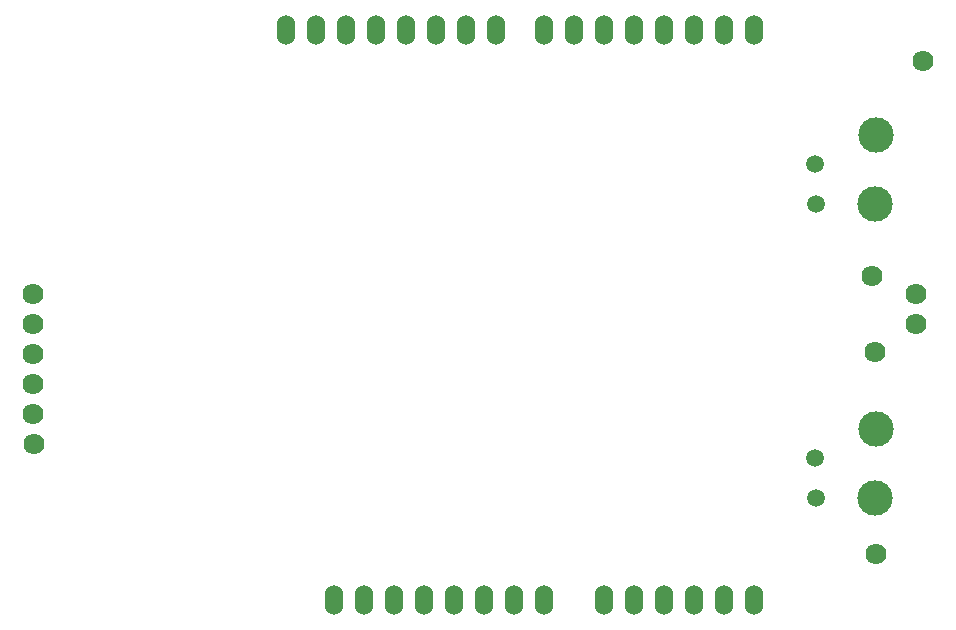
<source format=gbs>
G04 (created by PCBNEW (2013-07-07 BZR 4022)-stable) date 12/24/2014 2:10:28 AM*
%MOIN*%
G04 Gerber Fmt 3.4, Leading zero omitted, Abs format*
%FSLAX34Y34*%
G01*
G70*
G90*
G04 APERTURE LIST*
%ADD10C,0.00590551*%
%ADD11C,0.0700787*%
%ADD12O,0.06X0.1*%
%ADD13C,0.0590551*%
%ADD14C,0.11811*%
G04 APERTURE END LIST*
G54D10*
G54D11*
X63000Y-39800D03*
X62990Y-38806D03*
X62990Y-37802D03*
X62990Y-36798D03*
X62990Y-35794D03*
X62990Y-34790D03*
X92400Y-35800D03*
X92400Y-34796D03*
G54D12*
X78400Y-26000D03*
X77400Y-26000D03*
X76400Y-26000D03*
X75400Y-26000D03*
X74400Y-26000D03*
X73400Y-26000D03*
X72400Y-26000D03*
X71400Y-26000D03*
X76000Y-45000D03*
X75000Y-45000D03*
X74000Y-45000D03*
X73000Y-45000D03*
X77000Y-45000D03*
X78000Y-45000D03*
X79000Y-45000D03*
X80000Y-45000D03*
X82000Y-45000D03*
X83000Y-45000D03*
X84000Y-45000D03*
X85000Y-45000D03*
X86000Y-45000D03*
X87000Y-45000D03*
X87000Y-26000D03*
X86000Y-26000D03*
X85000Y-26000D03*
X84000Y-26000D03*
X83000Y-26000D03*
X82000Y-26000D03*
X81000Y-26000D03*
X80000Y-26000D03*
G54D13*
X89054Y-30477D03*
X89073Y-31815D03*
G54D14*
X91078Y-29509D03*
X91056Y-31797D03*
G54D13*
X89054Y-40277D03*
X89073Y-41615D03*
G54D14*
X91078Y-39309D03*
X91056Y-41597D03*
G54D11*
X92640Y-27020D03*
X90940Y-34200D03*
X91040Y-36740D03*
X91080Y-43470D03*
M02*

</source>
